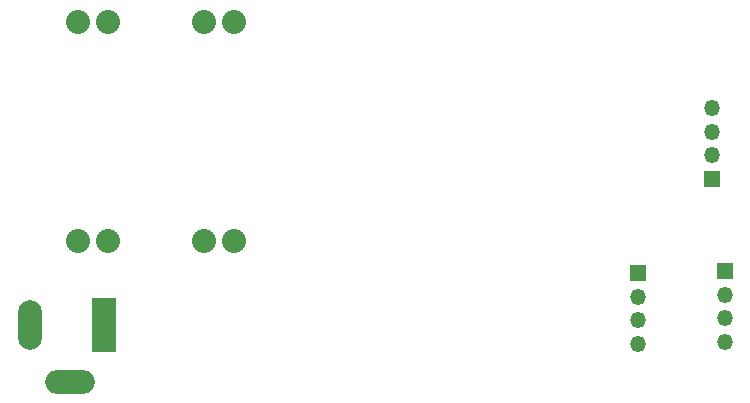
<source format=gbr>
%TF.GenerationSoftware,KiCad,Pcbnew,7.0.1*%
%TF.CreationDate,2023-03-21T16:38:31+01:00*%
%TF.ProjectId,Motordinges,4d6f746f-7264-4696-9e67-65732e6b6963,rev?*%
%TF.SameCoordinates,Original*%
%TF.FileFunction,Soldermask,Bot*%
%TF.FilePolarity,Negative*%
%FSLAX46Y46*%
G04 Gerber Fmt 4.6, Leading zero omitted, Abs format (unit mm)*
G04 Created by KiCad (PCBNEW 7.0.1) date 2023-03-21 16:38:31*
%MOMM*%
%LPD*%
G01*
G04 APERTURE LIST*
%ADD10R,1.350000X1.350000*%
%ADD11O,1.350000X1.350000*%
%ADD12R,2.000000X4.600000*%
%ADD13O,2.000000X4.200000*%
%ADD14O,4.200000X2.000000*%
%ADD15C,2.032000*%
G04 APERTURE END LIST*
D10*
%TO.C,J1*%
X139522200Y-59055000D03*
D11*
X139522200Y-57055000D03*
X139522200Y-55055000D03*
X139522200Y-53055000D03*
%TD*%
D10*
%TO.C,Motor1*%
X140589000Y-66827400D03*
D11*
X140589000Y-68827400D03*
X140589000Y-70827400D03*
X140589000Y-72827400D03*
%TD*%
D12*
%TO.C,J2*%
X88036400Y-71399400D03*
D13*
X81736400Y-71399400D03*
D14*
X85136400Y-76199400D03*
%TD*%
D11*
%TO.C,Motor2*%
X133223000Y-73005200D03*
X133223000Y-71005200D03*
X133223000Y-69005200D03*
D10*
X133223000Y-67005200D03*
%TD*%
D15*
%TO.C,U2*%
X85852000Y-64262000D03*
X88392000Y-64262000D03*
X96520000Y-64262000D03*
X99060000Y-64262000D03*
X99060000Y-45720000D03*
X96520000Y-45720000D03*
X88392000Y-45720000D03*
X85852000Y-45720000D03*
%TD*%
M02*

</source>
